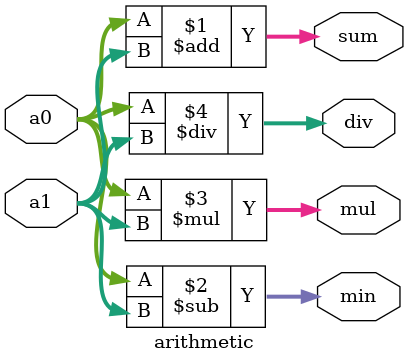
<source format=v>
/***********************************************
Module Name:   Arithmetic
Feature:       Arithmetic Operators for 8 bits input
Coder:         Garfield
Organization:  XXXX Group, Department of Architecture
------------------------------------------------------
Input ports:   a0, a1, 8 bits, operent
Output Ports:  sum, 8 bits, sum
               min, 8 bits, minus
               mul, 8 bits, multiply
               div, 8 bits, divide
               mod, 8 bit, modulo
               pow, 8 bits, power
------------------------------------------------------
History:
12-01-2015: First Version by Garfield
***********************************************/

module arithmetic 
  ( 
    input[7:0] a0, a1,
    output[7:0] sum, 
    output[7:0] min, 
    output[7:0] mul, 
    output[7:0] div 
    //output[7:0] mod
    //output[7:0]  pow
  );
  
//Load other module(s)

//Definition for Variables in the module

//Logical
assign sum = a0 + a1;
assign min = a0 - a1;
assign mul = a0 * a1;
assign div = a0 / a1;
//assign mod = a0 % a1;
//assign pow = a0 ** a1;

endmodule
</source>
